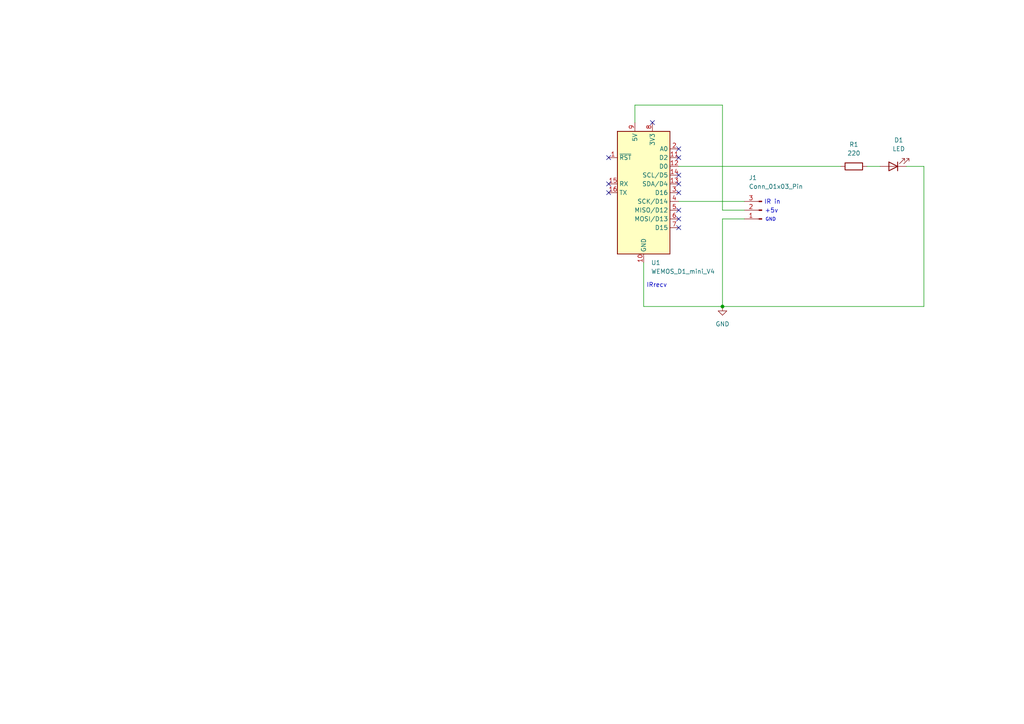
<source format=kicad_sch>
(kicad_sch (version 20250114) (generator "eeschema") (generator_version "9.0")
  (paper "A4")
  (lib_symbols
    (symbol "Connector:Conn_01x03_Pin" (pin_names (offset 1.016) (hide yes))
      (property "Reference" "J" (at 0 5.08 0))
      (property "Value" "Conn_01x03_Pin" (at 0 -5.08 0))
      (symbol "Conn_01x03_Pin_1_1"
        (rectangle (start 0.8636 2.667) (end 0 2.413) (stroke (width 0.1524)) (fill (type outline)))
        (rectangle (start 0.8636 0.127) (end 0 -0.127) (stroke (width 0.1524)) (fill (type outline)))
        (rectangle (start 0.8636 -2.413) (end 0 -2.667) (stroke (width 0.1524)) (fill (type outline)))
        (polyline (pts (xy 1.27 2.54) (xy 0.8636 2.54)) (stroke (width 0.1524)))
        (polyline (pts (xy 1.27 0) (xy 0.8636 0)) (stroke (width 0.1524)))
        (polyline (pts (xy 1.27 -2.54) (xy 0.8636 -2.54)) (stroke (width 0.1524)))
        (pin passive line (at 5.08 2.54 180) (length 3.81) (name "Pin_1") (number "1"))
        (pin passive line (at 5.08 0 180) (length 3.81) (name "Pin_2") (number "2"))
        (pin passive line (at 5.08 -2.54 180) (length 3.81) (name "Pin_3") (number "3"))
      )
    )
    (symbol "Device:LED" (pin_numbers (hide yes)) (pin_names (offset 1.016) (hide yes))
      (property "Reference" "D" (at 0 2.54 0))
      (property "Value" "LED" (at 0 -2.54 0))
      (symbol "LED_0_1"
        (polyline (pts (xy -3.048 -0.762) (xy -4.572 -2.286) (xy -3.81 -2.286) (xy -4.572 -2.286) (xy -4.572 -1.524)))
        (polyline (pts (xy -1.778 -0.762) (xy -3.302 -2.286) (xy -2.54 -2.286) (xy -3.302 -2.286) (xy -3.302 -1.524)))
        (polyline (pts (xy -1.27 0) (xy 1.27 0)))
        (polyline (pts (xy -1.27 -1.27) (xy -1.27 1.27)) (stroke (width 0.254)))
        (polyline (pts (xy 1.27 -1.27) (xy 1.27 1.27) (xy -1.27 0) (xy 1.27 -1.27)) (stroke (width 0.254)))
      )
      (symbol "LED_1_1"
        (pin passive line (at -3.81 0 0) (length 2.54) (name "K") (number "1"))
        (pin passive line (at 3.81 0 180) (length 2.54) (name "A") (number "2"))
      )
    )
    (symbol "Device:R" (pin_numbers (hide yes)) (pin_names (offset 0))
      (property "Reference" "R" (at 2.032 0 90))
      (property "Value" "R" (at 0 0 90))
      (symbol "R_0_1"
        (rectangle (start -1.016 -2.54) (end 1.016 2.54) (stroke (width 0.254)))
      )
      (symbol "R_1_1"
        (pin passive line (at 0 3.81 270) (length 1.27) (name "~") (number "1"))
        (pin passive line (at 0 -3.81 90) (length 1.27) (name "~") (number "2"))
      )
    )
    (symbol "Wemos:WEMOS_D1_mini_V4"
      (property "Reference" "U" (at 3.81 19.05 0))
      (property "Value" "WEMOS_D1_mini_V4" (at 1.27 -19.05 0))
      (symbol "WEMOS_D1_mini_V4_1_1"
        (rectangle (start -7.62 17.78) (end 7.62 -17.78) (stroke (width 0.254)) (fill (type background)))
        (pin input line (at -10.16 10.16 0) (length 2.54) (name "~{RST}") (number "1"))
        (pin input line (at -10.16 2.54 0) (length 2.54) (name "RX") (number "15"))
        (pin output line (at -10.16 0 0) (length 2.54) (name "TX") (number "16"))
        (pin power_in line (at -2.54 20.32 270) (length 2.54) (name "5V") (number "9"))
        (pin power_in line (at 0 -20.32 90) (length 2.54) (name "GND") (number "10"))
        (pin power_out line (at 2.54 20.32 270) (length 2.54) (name "3V3") (number "8"))
        (pin input line (at 10.16 12.7 180) (length 2.54) (name "A0") (number "2"))
        (pin bidirectional line (at 10.16 10.16 180) (length 2.54) (name "D2") (number "11"))
        (pin bidirectional line (at 10.16 7.62 180) (length 2.54) (name "D0") (number "12"))
        (pin bidirectional line (at 10.16 5.08 180) (length 2.54) (name "SCL/D5") (number "14"))
        (pin bidirectional line (at 10.16 2.54 180) (length 2.54) (name "SDA/D4") (number "13"))
        (pin bidirectional line (at 10.16 0 180) (length 2.54) (name "D16") (number "3"))
        (pin bidirectional line (at 10.16 -2.54 180) (length 2.54) (name "SCK/D14") (number "4"))
        (pin bidirectional line (at 10.16 -5.08 180) (length 2.54) (name "MISO/D12") (number "5"))
        (pin bidirectional line (at 10.16 -7.62 180) (length 2.54) (name "MOSI/D13") (number "6"))
        (pin bidirectional line (at 10.16 -10.16 180) (length 2.54) (name "D15") (number "7"))
      )
    )
    (symbol "power:GND" (power) (pin_numbers (hide yes)) (pin_names (offset 0) (hide yes))
      (property "Value" "GND" (at 0 -3.81 0))
      (symbol "GND_0_1"
        (polyline (pts (xy 0 0) (xy 0 -1.27) (xy 1.27 -1.27) (xy 0 -2.54) (xy -1.27 -1.27) (xy 0 -1.27)))
      )
      (symbol "GND_1_1"
        (pin power_in line (at 0 0 270) (length 0) (name "~") (number "1"))
      )
    )
  )
  (text "+5v" (at 223.774 61.214 0) (effects (font (size 1.27 1.27))))
  (text "GND" (at 223.52 63.754 0) (effects (font (size 0.9652 0.9652))))
  (text "IRrecv" (at 190.5 82.804 0) (effects (font (size 1.27 1.27))))
  (text "IR in" (at 224.028 58.674 0) (effects (font (size 1.27 1.27))))
  (junction (at 209.55 88.9))
  (no_connect (at 196.85 43.18))
  (no_connect (at 196.85 53.34))
  (no_connect (at 196.85 50.8))
  (no_connect (at 189.23 35.56))
  (no_connect (at 196.85 60.96))
  (no_connect (at 176.53 53.34))
  (no_connect (at 196.85 66.04))
  (no_connect (at 196.85 55.88))
  (no_connect (at 196.85 63.5))
  (no_connect (at 196.85 45.72))
  (no_connect (at 176.53 45.72))
  (no_connect (at 176.53 55.88))
  (wire (pts (xy 209.55 88.9) (xy 209.55 63.5)))
  (wire (pts (xy 209.55 30.48) (xy 209.55 60.96)))
  (wire (pts (xy 184.15 35.56) (xy 184.15 30.48)))
  (wire (pts (xy 262.89 48.26) (xy 267.97 48.26)))
  (wire (pts (xy 267.97 88.9) (xy 209.55 88.9)))
  (wire (pts (xy 196.85 48.26) (xy 243.84 48.26)))
  (wire (pts (xy 196.85 58.42) (xy 215.9 58.42)))
  (wire (pts (xy 184.15 30.48) (xy 209.55 30.48)))
  (wire (pts (xy 209.55 60.96) (xy 215.9 60.96)))
  (wire (pts (xy 267.97 48.26) (xy 267.97 88.9)))
  (wire (pts (xy 251.46 48.26) (xy 255.27 48.26)))
  (wire (pts (xy 186.69 88.9) (xy 209.55 88.9)))
  (wire (pts (xy 209.55 63.5) (xy 215.9 63.5)))
  (wire (pts (xy 186.69 76.2) (xy 186.69 88.9)))
  (symbol (lib_id "Wemos:WEMOS_D1_mini_V4") (at 186.69 55.88 0) (unit 1)
    (property "Reference" "U1" (at 188.8333 76.2 0) (effects (justify left)))
    (property "Value" "WEMOS_D1_mini_V4" (at 188.8333 78.74 0) (effects (justify left)))
    (property "Footprint" "RF_Module:WEMOS_D1_mini_light" (effects (hide yes)))
    (property "Datasheet" "https://wiki.wemos.cc/products:d1:d1_mini#documentation" (effects (hide yes)))
    (property "Description" "32-bit microcontroller module with WiFi" (effects (hide yes)))
  )
  (symbol (lib_id "Connector:Conn_01x03_Pin") (at 220.98 60.96 180) (unit 1)
    (property "Reference" "J1" (at 217.17 51.562 0) (effects (justify right)))
    (property "Value" "Conn_01x03_Pin" (at 217.17 54.102 0) (effects (justify right)))
    (property "Footprint" "Connector_PinSocket_2.54mm:PinSocket_1x03_P2.54mm_Vertical" (effects (hide yes)))
    (property "Description" "Generic connector, single row, 01x03, script generated" (effects (hide yes)))
  )
  (symbol (lib_id "power:GND") (at 209.55 88.9 0) (unit 1)
    (property "Reference" "#PWR01" (effects (hide yes)))
    (property "Value" "GND" (at 209.55 93.98 0))
    (property "Description" "Power symbol creates a global label with name \"GND\" , ground" (effects (hide yes)))
  )
  (symbol (lib_id "Device:R") (at 247.65 48.26 90) (unit 1)
    (property "Reference" "R1" (at 247.65 41.91 90))
    (property "Value" "220" (at 247.65 44.45 90))
    (property "Footprint" "Resistor_THT:R_Axial_DIN0207_L6.3mm_D2.5mm_P7.62mm_Horizontal" (effects (hide yes)))
    (property "Description" "Resistor" (effects (hide yes)))
  )
  (symbol (lib_id "Device:LED") (at 259.08 48.26 180) (unit 1)
    (property "Reference" "D1" (at 260.6675 40.64 0))
    (property "Value" "LED" (at 260.6675 43.18 0))
    (property "Footprint" "LED_THT:LED_D5.0mm" (effects (hide yes)))
    (property "Description" "Light emitting diode" (effects (hide yes)))
    (property "Sim.Pins" "1=K 2=A" (effects (hide yes)))
  )
)
</source>
